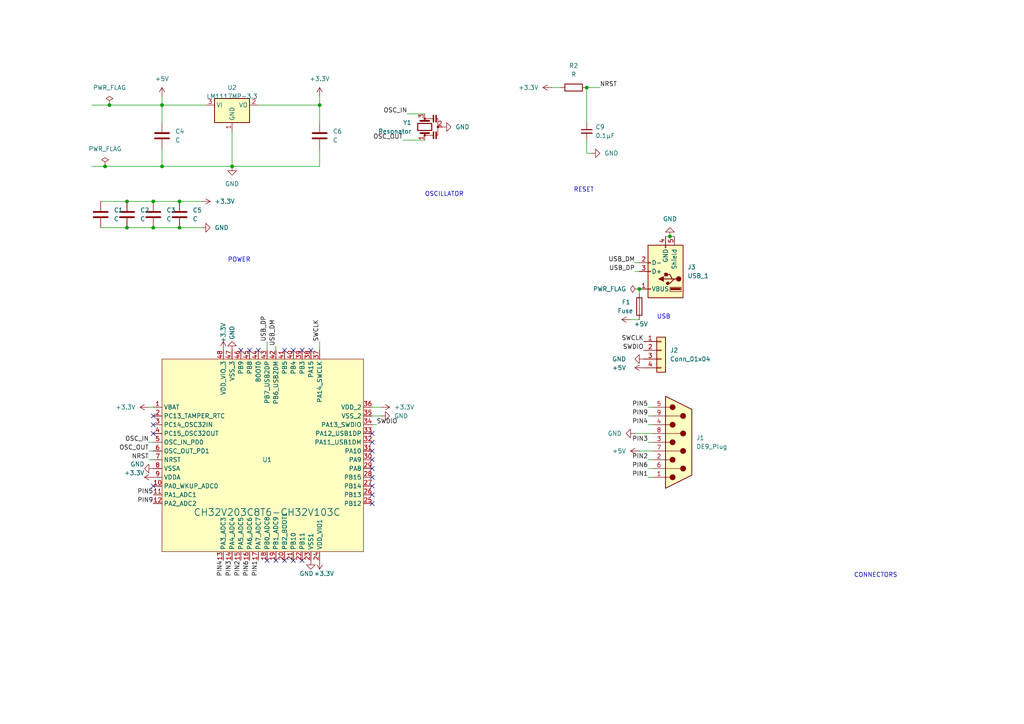
<source format=kicad_sch>
(kicad_sch (version 20230121) (generator eeschema)
  (paper "A4")
  (lib_symbols
    (symbol "CH32V203:CH32V203C8T6"
      (property "Reference" "U" (at 1.27 -1.27 0))
      (property "Value" "CH32V203C8T6" (at 29.21 26.67 0))
      (symbol "CH32V203C8T6_0_1"
        (rectangle (start 0 0) (end 58.42 55.88) (fill (type background)))
      )
      (symbol "CH32V203C8T6_1_1"
        (pin power_in line (at -2.54 41.91 0) (length 2.54) (name "VBAT") (number "1"))
        (pin bidirectional line (at -2.54 19.05 0) (length 2.54) (name "PA0_WKUP_ADC0") (number "10"))
        (pin bidirectional line (at -2.54 16.51 0) (length 2.54) (name "PA1_ADC1") (number "11"))
        (pin bidirectional line (at -2.54 13.97 0) (length 2.54) (name "PA2_ADC2") (number "12"))
        (pin bidirectional line (at 17.78 -2.54 90) (length 2.54) (name "PA3_ADC3") (number "13"))
        (pin bidirectional line (at 20.32 -2.54 90) (length 2.54) (name "PA4_ADC4") (number "14"))
        (pin bidirectional line (at 22.86 -2.54 90) (length 2.54) (name "PA5_ADC5") (number "15"))
        (pin bidirectional line (at 25.4 -2.54 90) (length 2.54) (name "PA6_ADC6") (number "16"))
        (pin bidirectional line (at 27.94 -2.54 90) (length 2.54) (name "PA7_ADC7") (number "17"))
        (pin bidirectional line (at 30.48 -2.54 90) (length 2.54) (name "PB0_ADC8") (number "18"))
        (pin bidirectional line (at 33.02 -2.54 90) (length 2.54) (name "PB1_ADC9") (number "19"))
        (pin bidirectional line (at -2.54 39.37 0) (length 2.54) (name "PC13_TAMPER_RTC") (number "2"))
        (pin bidirectional line (at 35.56 -2.54 90) (length 2.54) (name "PB2_BOOT1") (number "20"))
        (pin bidirectional line (at 38.1 -2.54 90) (length 2.54) (name "PB10") (number "21"))
        (pin bidirectional line (at 40.64 -2.54 90) (length 2.54) (name "PB11") (number "22"))
        (pin power_in line (at 43.18 -2.54 90) (length 2.54) (name "VSS1") (number "23"))
        (pin power_in line (at 45.72 -2.54 90) (length 2.54) (name "VDD_VIO1") (number "24"))
        (pin bidirectional line (at 60.96 13.97 180) (length 2.54) (name "PB12") (number "25"))
        (pin bidirectional line (at 60.96 16.51 180) (length 2.54) (name "PB13") (number "26"))
        (pin bidirectional line (at 60.96 19.05 180) (length 2.54) (name "PB14") (number "27"))
        (pin bidirectional line (at 60.96 21.59 180) (length 2.54) (name "PB15") (number "28"))
        (pin bidirectional line (at 60.96 24.13 180) (length 2.54) (name "PA8") (number "29"))
        (pin bidirectional line (at -2.54 36.83 0) (length 2.54) (name "PC14_OSC32IN") (number "3"))
        (pin bidirectional line (at 60.96 26.67 180) (length 2.54) (name "PA9") (number "30"))
        (pin bidirectional line (at 60.96 29.21 180) (length 2.54) (name "PA10") (number "31"))
        (pin bidirectional line (at 60.96 31.75 180) (length 2.54) (name "PA11_USB1DM") (number "32"))
        (pin bidirectional line (at 60.96 34.29 180) (length 2.54) (name "PA12_USB1DP") (number "33"))
        (pin bidirectional line (at 60.96 36.83 180) (length 2.54) (name "PA13_SWDIO") (number "34"))
        (pin power_in line (at 60.96 39.37 180) (length 2.54) (name "VSS_2") (number "35"))
        (pin power_in line (at 60.96 41.91 180) (length 2.54) (name "VDD_2") (number "36"))
        (pin bidirectional line (at 45.72 58.42 270) (length 2.54) (name "PA14_SWCLK") (number "37"))
        (pin bidirectional line (at 43.18 58.42 270) (length 2.54) (name "PA15") (number "38"))
        (pin bidirectional line (at 40.64 58.42 270) (length 2.54) (name "PB3") (number "39"))
        (pin bidirectional line (at -2.54 34.29 0) (length 2.54) (name "PC15_OSC32OUT") (number "4"))
        (pin bidirectional line (at 38.1 58.42 270) (length 2.54) (name "PB4") (number "40"))
        (pin bidirectional line (at 35.56 58.42 270) (length 2.54) (name "PB5") (number "41"))
        (pin bidirectional line (at 33.02 58.42 270) (length 2.54) (name "PB6_USB2DM") (number "42"))
        (pin bidirectional line (at 30.48 58.42 270) (length 2.54) (name "PB7_USB2DP") (number "43"))
        (pin bidirectional line (at 27.94 58.42 270) (length 2.54) (name "BOOT0") (number "44"))
        (pin bidirectional line (at 25.4 58.42 270) (length 2.54) (name "PB8") (number "45"))
        (pin bidirectional line (at 22.86 58.42 270) (length 2.54) (name "PB9") (number "46"))
        (pin power_in line (at 20.32 58.42 270) (length 2.54) (name "VSS_3") (number "47"))
        (pin power_in line (at 17.78 58.42 270) (length 2.54) (name "VDD_VIO_3") (number "48"))
        (pin bidirectional line (at -2.54 31.75 0) (length 2.54) (name "OSC_IN_PD0") (number "5"))
        (pin bidirectional line (at -2.54 29.21 0) (length 2.54) (name "OSC_OUT_PD1") (number "6"))
        (pin bidirectional line (at -2.54 26.67 0) (length 2.54) (name "NRST") (number "7"))
        (pin power_in line (at -2.54 24.13 0) (length 2.54) (name "VSSA") (number "8"))
        (pin power_in line (at -2.54 21.59 0) (length 2.54) (name "VDDA") (number "9"))
      )
    )
    (symbol "Connector:DE9_Plug" (pin_names (offset 1.016) hide)
      (property "Reference" "J" (at 0 13.97 0))
      (property "Value" "DE9_Plug" (at 0 -14.605 0))
      (symbol "DE9_Plug_0_1"
        (circle (center -1.778 -10.16) (radius 0.762) (fill (type outline)))
        (circle (center -1.778 -5.08) (radius 0.762) (fill (type outline)))
        (circle (center -1.778 0) (radius 0.762) (fill (type outline)))
        (circle (center -1.778 5.08) (radius 0.762) (fill (type outline)))
        (circle (center -1.778 10.16) (radius 0.762) (fill (type outline)))
        (polyline (pts (xy -3.81 -10.16) (xy -2.54 -10.16)))
        (polyline (pts (xy -3.81 -7.62) (xy 0.508 -7.62)))
        (polyline (pts (xy -3.81 -5.08) (xy -2.54 -5.08)))
        (polyline (pts (xy -3.81 -2.54) (xy 0.508 -2.54)))
        (polyline (pts (xy -3.81 0) (xy -2.54 0)))
        (polyline (pts (xy -3.81 2.54) (xy 0.508 2.54)))
        (polyline (pts (xy -3.81 5.08) (xy -2.54 5.08)))
        (polyline (pts (xy -3.81 7.62) (xy 0.508 7.62)))
        (polyline (pts (xy -3.81 10.16) (xy -2.54 10.16)))
        (polyline (pts (xy -3.81 -13.335) (xy -3.81 13.335) (xy 3.81 9.525) (xy 3.81 -9.525) (xy -3.81 -13.335)) (stroke (width 0.254)) (fill (type background)))
        (circle (center 1.27 -7.62) (radius 0.762) (fill (type outline)))
        (circle (center 1.27 -2.54) (radius 0.762) (fill (type outline)))
        (circle (center 1.27 2.54) (radius 0.762) (fill (type outline)))
        (circle (center 1.27 7.62) (radius 0.762) (fill (type outline)))
      )
      (symbol "DE9_Plug_1_1"
        (pin passive line (at -7.62 -10.16 0) (length 3.81) (name "1") (number "1"))
        (pin passive line (at -7.62 -5.08 0) (length 3.81) (name "2") (number "2"))
        (pin passive line (at -7.62 0 0) (length 3.81) (name "3") (number "3"))
        (pin passive line (at -7.62 5.08 0) (length 3.81) (name "4") (number "4"))
        (pin passive line (at -7.62 10.16 0) (length 3.81) (name "5") (number "5"))
        (pin passive line (at -7.62 -7.62 0) (length 3.81) (name "6") (number "6"))
        (pin passive line (at -7.62 -2.54 0) (length 3.81) (name "7") (number "7"))
        (pin passive line (at -7.62 2.54 0) (length 3.81) (name "8") (number "8"))
        (pin passive line (at -7.62 7.62 0) (length 3.81) (name "9") (number "9"))
      )
    )
    (symbol "Connector:USB_A" (pin_names (offset 1.016))
      (property "Reference" "J" (at -5.08 11.43 0))
      (property "Value" "USB_A" (at -5.08 8.89 0))
      (symbol "USB_A_0_1"
        (rectangle (start -5.08 -7.62) (end 5.08 7.62) (stroke (width 0.254)) (fill (type background)))
        (circle (center -3.81 2.159) (radius 0.635) (stroke (width 0.254)) (fill (type outline)))
        (rectangle (start -1.524 4.826) (end -4.318 5.334) (fill (type outline)))
        (rectangle (start -1.27 4.572) (end -4.572 5.842))
        (circle (center -0.635 3.429) (radius 0.381) (stroke (width 0.254)) (fill (type outline)))
        (rectangle (start -0.127 -7.62) (end 0.127 -6.858))
        (polyline (pts (xy -3.175 2.159) (xy -2.54 2.159) (xy -1.27 3.429) (xy -0.635 3.429)) (stroke (width 0.254)))
        (polyline (pts (xy -2.54 2.159) (xy -1.905 2.159) (xy -1.27 0.889) (xy 0 0.889)) (stroke (width 0.254)))
        (polyline (pts (xy 0.635 2.794) (xy 0.635 1.524) (xy 1.905 2.159) (xy 0.635 2.794)) (stroke (width 0.254)) (fill (type outline)))
        (rectangle (start 0.254 1.27) (end -0.508 0.508) (stroke (width 0.254)) (fill (type outline)))
        (rectangle (start 5.08 -2.667) (end 4.318 -2.413))
        (rectangle (start 5.08 -0.127) (end 4.318 0.127))
        (rectangle (start 5.08 4.953) (end 4.318 5.207))
      )
      (symbol "USB_A_1_1"
        (polyline (pts (xy -1.905 2.159) (xy 0.635 2.159)) (stroke (width 0.254)))
        (pin power_in line (at 7.62 5.08 180) (length 2.54) (name "VBUS") (number "1"))
        (pin bidirectional line (at 7.62 -2.54 180) (length 2.54) (name "D-") (number "2"))
        (pin bidirectional line (at 7.62 0 180) (length 2.54) (name "D+") (number "3"))
        (pin power_in line (at 0 -10.16 90) (length 2.54) (name "GND") (number "4"))
        (pin passive line (at -2.54 -10.16 90) (length 2.54) (name "Shield") (number "5"))
      )
    )
    (symbol "Connector_Generic:Conn_01x04" (pin_names (offset 1.016) hide)
      (property "Reference" "J" (at 0 5.08 0))
      (property "Value" "Conn_01x04" (at 0 -7.62 0))
      (symbol "Conn_01x04_1_1"
        (rectangle (start -1.27 -4.953) (end 0 -5.207) (stroke (width 0.1524)))
        (rectangle (start -1.27 -2.413) (end 0 -2.667) (stroke (width 0.1524)))
        (rectangle (start -1.27 0.127) (end 0 -0.127) (stroke (width 0.1524)))
        (rectangle (start -1.27 2.667) (end 0 2.413) (stroke (width 0.1524)))
        (rectangle (start -1.27 3.81) (end 1.27 -6.35) (stroke (width 0.254)) (fill (type background)))
        (pin passive line (at -5.08 2.54 0) (length 3.81) (name "Pin_1") (number "1"))
        (pin passive line (at -5.08 0 0) (length 3.81) (name "Pin_2") (number "2"))
        (pin passive line (at -5.08 -2.54 0) (length 3.81) (name "Pin_3") (number "3"))
        (pin passive line (at -5.08 -5.08 0) (length 3.81) (name "Pin_4") (number "4"))
      )
    )
    (symbol "Device:C" (pin_numbers hide) (pin_names (offset 0.254))
      (property "Reference" "C" (at 0.635 2.54 0))
      (property "Value" "C" (at 0.635 -2.54 0))
      (symbol "C_0_1"
        (polyline (pts (xy -2.032 -0.762) (xy 2.032 -0.762)) (stroke (width 0.508)))
        (polyline (pts (xy -2.032 0.762) (xy 2.032 0.762)) (stroke (width 0.508)))
      )
      (symbol "C_1_1"
        (pin passive line (at 0 3.81 270) (length 2.794) (name "~") (number "1"))
        (pin passive line (at 0 -3.81 90) (length 2.794) (name "~") (number "2"))
      )
    )
    (symbol "Device:C_Small" (pin_numbers hide) (pin_names (offset 0.254) hide)
      (property "Reference" "C" (at 0.254 1.778 0))
      (property "Value" "C_Small" (at 0.254 -2.032 0))
      (symbol "C_Small_0_1"
        (polyline (pts (xy -1.524 -0.508) (xy 1.524 -0.508)) (stroke (width 0.3302)))
        (polyline (pts (xy -1.524 0.508) (xy 1.524 0.508)) (stroke (width 0.3048)))
      )
      (symbol "C_Small_1_1"
        (pin passive line (at 0 2.54 270) (length 2.032) (name "~") (number "1"))
        (pin passive line (at 0 -2.54 90) (length 2.032) (name "~") (number "2"))
      )
    )
    (symbol "Device:Fuse" (pin_numbers hide) (pin_names (offset 0))
      (property "Reference" "F" (at 2.032 0 90))
      (property "Value" "Fuse" (at -1.905 0 90))
      (symbol "Fuse_0_1"
        (rectangle (start -0.762 -2.54) (end 0.762 2.54) (stroke (width 0.254)))
        (polyline (pts (xy 0 2.54) (xy 0 -2.54)))
      )
      (symbol "Fuse_1_1"
        (pin passive line (at 0 3.81 270) (length 1.27) (name "~") (number "1"))
        (pin passive line (at 0 -3.81 90) (length 1.27) (name "~") (number "2"))
      )
    )
    (symbol "Device:R" (pin_numbers hide) (pin_names (offset 0))
      (property "Reference" "R" (at 2.032 0 90))
      (property "Value" "R" (at 0 0 90))
      (symbol "R_0_1"
        (rectangle (start -1.016 -2.54) (end 1.016 2.54) (stroke (width 0.254)))
      )
      (symbol "R_1_1"
        (pin passive line (at 0 3.81 270) (length 1.27) (name "~") (number "1"))
        (pin passive line (at 0 -3.81 90) (length 1.27) (name "~") (number "2"))
      )
    )
    (symbol "Device:Resonator" (pin_names (offset 1.016) hide)
      (property "Reference" "Y" (at 0 5.715 0))
      (property "Value" "Resonator" (at 0 3.81 0))
      (symbol "Resonator_0_1"
        (rectangle (start -3.429 -3.175) (end -1.397 -3.429) (fill (type outline)))
        (rectangle (start -3.429 -2.413) (end -1.397 -2.667) (fill (type outline)))
        (circle (center -2.413 0) (radius 0.254) (fill (type outline)))
        (rectangle (start -1.016 2.032) (end 1.016 -2.032) (stroke (width 0.3048)))
        (circle (center 0 -3.81) (radius 0.254) (fill (type outline)))
        (polyline (pts (xy -2.413 -2.413) (xy -2.413 0)))
        (polyline (pts (xy -1.905 0) (xy -3.175 0)))
        (polyline (pts (xy -1.778 -1.27) (xy -1.778 1.27)) (stroke (width 0.508)))
        (polyline (pts (xy 1.778 -1.27) (xy 1.778 1.27)) (stroke (width 0.508)))
        (polyline (pts (xy 1.905 0) (xy 2.54 0)))
        (polyline (pts (xy 2.413 0) (xy 2.413 -2.54)))
        (polyline (pts (xy 2.413 -3.302) (xy 2.413 -3.81) (xy -2.413 -3.81) (xy -2.413 -3.302)))
        (rectangle (start 1.397 -3.175) (end 3.429 -3.429) (fill (type outline)))
        (rectangle (start 1.397 -2.413) (end 3.429 -2.667) (fill (type outline)))
        (circle (center 2.413 0) (radius 0.254) (fill (type outline)))
      )
      (symbol "Resonator_1_1"
        (pin passive line (at -3.81 0 0) (length 1.27) (name "1") (number "1"))
        (pin passive line (at 0 -5.08 90) (length 1.27) (name "2") (number "2"))
        (pin passive line (at 3.81 0 180) (length 1.27) (name "3") (number "3"))
      )
    )
    (symbol "Regulator_Linear:LM1117MP-3.3"
      (property "Reference" "U" (at -3.81 3.175 0))
      (property "Value" "LM1117MP-3.3" (at 0 3.175 0))
      (symbol "LM1117MP-3.3_0_1"
        (rectangle (start -5.08 -5.08) (end 5.08 1.905) (stroke (width 0.254)) (fill (type background)))
      )
      (symbol "LM1117MP-3.3_1_1"
        (pin power_in line (at 0 -7.62 90) (length 2.54) (name "GND") (number "1"))
        (pin power_out line (at 7.62 0 180) (length 2.54) (name "VO") (number "2"))
        (pin power_in line (at -7.62 0 0) (length 2.54) (name "VI") (number "3"))
      )
    )
    (symbol "power:+3.3V" (power) (pin_names (offset 0))
      (property "Value" "+3.3V" (at 0 3.556 0))
      (symbol "+3.3V_0_1"
        (polyline (pts (xy -0.762 1.27) (xy 0 2.54)))
        (polyline (pts (xy 0 0) (xy 0 2.54)))
        (polyline (pts (xy 0 2.54) (xy 0.762 1.27)))
      )
      (symbol "+3.3V_1_1"
        (pin power_in line (at 0 0 90) (length 0) hide (name "+3.3V") (number "1"))
      )
    )
    (symbol "power:+5V" (power) (pin_names (offset 0))
      (property "Value" "+5V" (at 0 3.556 0))
      (symbol "+5V_0_1"
        (polyline (pts (xy -0.762 1.27) (xy 0 2.54)))
        (polyline (pts (xy 0 0) (xy 0 2.54)))
        (polyline (pts (xy 0 2.54) (xy 0.762 1.27)))
      )
      (symbol "+5V_1_1"
        (pin power_in line (at 0 0 90) (length 0) hide (name "+5V") (number "1"))
      )
    )
    (symbol "power:GND" (power) (pin_names (offset 0))
      (property "Value" "GND" (at 0 -3.81 0))
      (symbol "GND_0_1"
        (polyline (pts (xy 0 0) (xy 0 -1.27) (xy 1.27 -1.27) (xy 0 -2.54) (xy -1.27 -1.27) (xy 0 -1.27)))
      )
      (symbol "GND_1_1"
        (pin power_in line (at 0 0 270) (length 0) hide (name "GND") (number "1"))
      )
    )
    (symbol "power:PWR_FLAG" (power) (pin_numbers hide) (pin_names (offset 0) hide)
      (property "Value" "PWR_FLAG" (at 0 3.81 0))
      (symbol "PWR_FLAG_0_0"
        (pin power_out line (at 0 0 90) (length 0) (name "pwr") (number "1"))
      )
      (symbol "PWR_FLAG_0_1"
        (polyline (pts (xy 0 0) (xy 0 1.27) (xy -1.016 1.905) (xy 0 2.54) (xy 1.016 1.905) (xy 0 1.27)))
      )
    )
  )
  (junction (at 67.31 48.26))
  (junction (at 170.18 25.4))
  (junction (at 36.83 66.04))
  (junction (at 52.07 58.42))
  (junction (at 36.83 58.42))
  (junction (at 46.99 48.26))
  (junction (at 194.31 68.58))
  (junction (at 44.45 66.04))
  (junction (at 92.71 30.48))
  (junction (at 185.42 83.82))
  (junction (at 46.99 30.48))
  (junction (at 30.48 48.26))
  (junction (at 52.07 66.04))
  (junction (at 31.75 30.48))
  (junction (at 44.45 58.42))
  (no_connect (at 77.47 162.56))
  (no_connect (at 44.45 125.73))
  (no_connect (at 44.45 120.65))
  (no_connect (at 87.63 162.56))
  (no_connect (at 107.95 140.97))
  (no_connect (at 69.85 101.6))
  (no_connect (at 107.95 146.05))
  (no_connect (at 82.55 162.56))
  (no_connect (at 107.95 133.35))
  (no_connect (at 74.93 101.6))
  (no_connect (at 85.09 101.6))
  (no_connect (at 107.95 128.27))
  (no_connect (at 107.95 135.89))
  (no_connect (at 107.95 138.43))
  (no_connect (at 87.63 101.6))
  (no_connect (at 90.17 101.6))
  (no_connect (at 44.45 123.19))
  (no_connect (at 82.55 101.6))
  (no_connect (at 107.95 143.51))
  (no_connect (at 107.95 130.81))
  (no_connect (at 107.95 125.73))
  (no_connect (at 80.01 162.56))
  (no_connect (at 85.09 162.56))
  (no_connect (at 72.39 101.6))
  (no_connect (at 44.45 140.97))
  (wire (pts (xy 107.95 118.11) (xy 110.49 118.11)))
  (wire (pts (xy 67.31 48.26) (xy 92.71 48.26)) (stroke (width 0.1524)))
  (wire (pts (xy 195.58 68.58) (xy 194.31 68.58)))
  (wire (pts (xy 187.96 118.11) (xy 189.23 118.11)))
  (wire (pts (xy 44.45 128.27) (xy 43.18 128.27)))
  (wire (pts (xy 187.96 138.43) (xy 189.23 138.43)))
  (wire (pts (xy 160.02 25.4) (xy 162.56 25.4)))
  (wire (pts (xy 46.99 43.18) (xy 46.99 48.26)) (stroke (width 0.1524)))
  (wire (pts (xy 185.42 130.81) (xy 189.23 130.81)))
  (wire (pts (xy 184.15 78.74) (xy 185.42 78.74)))
  (wire (pts (xy 184.15 76.2) (xy 185.42 76.2)))
  (wire (pts (xy 31.75 30.48) (xy 26.67 30.48)) (stroke (width 0.1524)))
  (wire (pts (xy 170.18 25.4) (xy 170.18 35.56)))
  (wire (pts (xy 107.95 120.65) (xy 110.49 120.65)))
  (wire (pts (xy 43.18 133.35) (xy 44.45 133.35)))
  (wire (pts (xy 92.71 43.18) (xy 92.71 48.26)) (stroke (width 0.1524)))
  (wire (pts (xy 43.18 118.11) (xy 44.45 118.11)))
  (wire (pts (xy 67.31 48.26) (xy 67.31 38.1)) (stroke (width 0.1524)))
  (wire (pts (xy 170.18 40.64) (xy 170.18 44.45)))
  (wire (pts (xy 43.18 130.81) (xy 44.45 130.81)))
  (wire (pts (xy 59.69 30.48) (xy 46.99 30.48)) (stroke (width 0.1524)))
  (wire (pts (xy 80.01 100.33) (xy 80.01 101.6)))
  (wire (pts (xy 44.45 66.04) (xy 52.07 66.04)))
  (wire (pts (xy 187.96 135.89) (xy 189.23 135.89)))
  (wire (pts (xy 194.31 68.58) (xy 193.04 68.58)))
  (wire (pts (xy 171.45 44.45) (xy 170.18 44.45)))
  (wire (pts (xy 185.42 92.71) (xy 182.88 92.71)))
  (wire (pts (xy 52.07 66.04) (xy 58.42 66.04)))
  (wire (pts (xy 92.71 99.06) (xy 92.71 101.6)))
  (wire (pts (xy 36.83 58.42) (xy 44.45 58.42)))
  (wire (pts (xy 67.31 48.26) (xy 46.99 48.26)) (stroke (width 0.1524)))
  (wire (pts (xy 46.99 30.48) (xy 46.99 35.56)) (stroke (width 0.1524)))
  (wire (pts (xy 46.99 27.94) (xy 46.99 30.48)))
  (wire (pts (xy 187.96 120.65) (xy 189.23 120.65)))
  (wire (pts (xy 30.48 48.26) (xy 26.67 48.26)) (stroke (width 0.1524)))
  (wire (pts (xy 44.45 58.42) (xy 52.07 58.42)))
  (wire (pts (xy 185.42 85.09) (xy 185.42 83.82)))
  (wire (pts (xy 116.84 40.64) (xy 123.19 40.64)))
  (wire (pts (xy 46.99 48.26) (xy 30.48 48.26)) (stroke (width 0.1524)))
  (wire (pts (xy 77.47 99.06) (xy 77.47 101.6)))
  (wire (pts (xy 92.71 27.94) (xy 92.71 30.48)))
  (wire (pts (xy 184.15 125.73) (xy 189.23 125.73)))
  (wire (pts (xy 118.11 33.02) (xy 123.19 33.02)))
  (wire (pts (xy 29.21 58.42) (xy 36.83 58.42)))
  (wire (pts (xy 29.21 66.04) (xy 36.83 66.04)))
  (wire (pts (xy 170.18 25.4) (xy 173.99 25.4)))
  (wire (pts (xy 107.95 123.19) (xy 109.22 123.19)))
  (wire (pts (xy 187.96 133.35) (xy 189.23 133.35)))
  (wire (pts (xy 187.96 128.27) (xy 189.23 128.27)))
  (wire (pts (xy 52.07 58.42) (xy 58.42 58.42)))
  (wire (pts (xy 74.93 30.48) (xy 92.71 30.48)))
  (wire (pts (xy 36.83 66.04) (xy 44.45 66.04)))
  (wire (pts (xy 92.71 30.48) (xy 92.71 35.56)) (stroke (width 0.1524)))
  (wire (pts (xy 46.99 30.48) (xy 31.75 30.48)) (stroke (width 0.1524)))
  (wire (pts (xy 187.96 123.19) (xy 189.23 123.19)))
  (text "USB\n" (at 190.5 92.71 0) (effects (font (size 1.27 1.27)) (justify left bottom)))
  (text "OSCILLATOR\n" (at 123.19 57.15 0) (effects (font (size 1.27 1.27)) (justify left bottom)))
  (text "POWER\n" (at 66.04 76.2 0) (effects (font (size 1.27 1.27)) (justify left bottom)))
  (text "CONNECTORS\n" (at 247.65 167.64 0) (effects (font (size 1.27 1.27)) (justify left bottom)))
  (text "RESET" (at 166.37 55.88 0) (effects (font (size 1.27 1.27)) (justify left bottom)))
  (label "PIN9" (at 187.96 120.65 180))
  (label "OSC_OUT" (at 43.18 130.81 180))
  (label "PIN2" (at 187.96 133.35 180))
  (label "USB_DM" (at 80.01 100.33 90))
  (label "NRST" (at 43.18 133.35 180))
  (label "PIN3" (at 67.31 162.56 270))
  (label "OSC_IN" (at 43.18 128.27 180))
  (label "NRST" (at 173.99 25.4 0))
  (label "SWDIO" (at 186.69 101.6 180))
  (label "USB_DM" (at 184.15 76.2 180))
  (label "PIN4" (at 64.77 162.56 270))
  (label "PIN3" (at 187.96 128.27 180))
  (label "PIN1" (at 187.96 138.43 180))
  (label "PIN5" (at 44.45 143.51 180))
  (label "PIN1" (at 74.93 162.56 270))
  (label "SWDIO" (at 109.22 123.19 0))
  (label "PIN6" (at 72.39 162.56 270))
  (label "PIN4" (at 187.96 123.19 180))
  (label "USB_DP" (at 184.15 78.74 180))
  (label "OSC_OUT" (at 116.84 40.64 180))
  (label "OSC_IN" (at 118.11 33.02 180))
  (label "SWCLK" (at 186.69 99.06 180))
  (label "PIN2" (at 69.85 162.56 270))
  (label "PIN6" (at 187.96 135.89 180))
  (label "PIN5" (at 187.96 118.11 180))
  (label "SWCLK" (at 92.71 99.06 90))
  (label "PIN9" (at 44.45 146.05 180))
  (label "USB_DP" (at 77.47 99.06 90))
  (symbol (lib_id "power:GND") (at 58.42 66.04 90) (unit 1)
    (property "Reference" "#PWR06" (effects hide))
    (property "Value" "GND" (at 62.23 66.04 90) (effects (justify right)))
  )
  (symbol (lib_id "Device:C") (at 36.83 62.23 0) (unit 1)
    (property "Reference" "C2" (at 40.64 60.96 0) (effects (justify left)))
    (property "Value" "C" (at 40.64 63.5 0) (effects (justify left)))
    (property "Footprint" "Capacitor_SMD:C_0603_1608Metric_Pad1.08x0.95mm_HandSolder" (effects hide))
  )
  (symbol (lib_id "Device:C_Small") (at 170.18 38.1 0) (unit 1)
    (property "Reference" "C9" (at 172.72 36.83 0) (effects (justify left)))
    (property "Value" "0.1μF" (at 172.72 39.37 0) (effects (justify left)))
    (property "Footprint" "Capacitor_SMD:C_0603_1608Metric_Pad1.08x0.95mm_HandSolder" (effects hide))
    (property "LCSC" "C14663" (effects hide))
  )
  (symbol (lib_id "Connector:USB_A") (at 193.04 78.74 180) (unit 1)
    (property "Reference" "J3" (at 199.39 77.47 0) (effects (justify right)))
    (property "Value" "USB_1" (at 199.39 80.01 0) (effects (justify right)))
    (property "Footprint" "Connector_USB:USB_A_CONNFLY_DS1095-WNR0" (effects hide))
    (property "Datasheet" " ~" (effects hide))
  )
  (symbol (lib_id "power:GND") (at 171.45 44.45 90) (unit 1)
    (property "Reference" "#PWR032" (effects hide))
    (property "Value" "GND" (at 175.26 44.45 90) (effects (justify right)))
  )
  (symbol (lib_id "Device:R") (at 166.37 25.4 90) (unit 1)
    (property "Reference" "R2" (at 166.37 19.05 90))
    (property "Value" "R" (at 166.37 21.59 90))
    (property "Footprint" "Resistor_SMD:R_0603_1608Metric_Pad0.98x0.95mm_HandSolder" (effects hide))
  )
  (symbol (lib_id "power:GND") (at 90.17 162.56 0) (unit 1)
    (property "Reference" "#PWR010" (effects hide))
    (property "Value" "GND" (at 88.9 166.37 0))
  )
  (symbol (lib_id "power:+5V") (at 186.69 106.68 90) (unit 1)
    (property "Reference" "#PWR016" (effects hide))
    (property "Value" "+5V" (at 181.61 106.68 90) (effects (justify left)))
  )
  (symbol (lib_id "Connector:DE9_Plug") (at 196.85 128.27 0) (unit 1)
    (property "Reference" "J1" (at 201.93 127 0) (effects (justify left)))
    (property "Value" "DE9_Plug" (at 201.93 129.54 0) (effects (justify left)))
    (property "Footprint" "Connector_Dsub:DSUB-9_Female_EdgeMount_P2.77mm" (effects hide))
    (property "Datasheet" " ~" (effects hide))
  )
  (symbol (lib_id "power:GND") (at 44.45 135.89 270) (unit 1)
    (property "Reference" "#PWR02" (effects hide))
    (property "Value" "GND" (at 41.91 134.62 90) (effects (justify right)))
  )
  (symbol (lib_id "power:+3.3V") (at 44.45 138.43 90) (unit 1)
    (property "Reference" "#PWR03" (effects hide))
    (property "Value" "+3.3V" (at 41.91 137.16 90) (effects (justify left)))
  )
  (symbol (lib_id "Connector_Generic:Conn_01x04") (at 191.77 101.6 0) (unit 1)
    (property "Reference" "J2" (at 194.31 101.6 0) (effects (justify left)))
    (property "Value" "Conn_01x04" (at 194.31 104.14 0) (effects (justify left)))
    (property "Footprint" "Connector_PinHeader_2.54mm:PinHeader_1x04_P2.54mm_Vertical" (effects hide))
  )
  (symbol (lib_id "Device:C") (at 44.45 62.23 0) (unit 1)
    (property "Reference" "C3" (at 48.26 60.96 0) (effects (justify left)))
    (property "Value" "C" (at 48.26 63.5 0) (effects (justify left)))
    (property "Footprint" "Capacitor_SMD:C_0603_1608Metric_Pad1.08x0.95mm_HandSolder" (effects hide))
  )
  (symbol (lib_id "power:+3.3V") (at 64.77 101.6 0) (unit 1)
    (property "Reference" "#PWR07" (effects hide))
    (property "Value" "+3.3V" (at 64.77 96.52 90))
  )
  (symbol (lib_id "power:+3.3V") (at 92.71 162.56 180) (unit 1)
    (property "Reference" "#PWR012" (effects hide))
    (property "Value" "+3.3V" (at 93.98 166.37 0))
  )
  (symbol (lib_id "Device:Resonator") (at 123.19 36.83 90) (unit 1)
    (property "Reference" "Y1" (at 119.38 35.56 90) (effects (justify left)))
    (property "Value" "Resonator" (at 119.38 38.1 90) (effects (justify left)))
    (property "Footprint" "Crystal:Resonator_SMD_Murata_CSTxExxV-3Pin_3.0x1.1mm" (effects hide))
  )
  (symbol (lib_id "power:+5V") (at 185.42 130.81 90) (unit 1)
    (property "Reference" "#PWR018" (effects hide))
    (property "Value" "+5V" (at 181.61 130.81 90) (effects (justify left)))
  )
  (symbol (lib_id "power:GND") (at 110.49 120.65 90) (unit 1)
    (property "Reference" "#PWR014" (effects hide))
    (property "Value" "GND" (at 114.3 120.65 90) (effects (justify right)))
  )
  (symbol (lib_id "power:PWR_FLAG") (at 31.75 30.48 0) (unit 1)
    (property "Reference" "#FLG02" (effects hide))
    (property "Value" "PWR_FLAG" (at 31.75 25.4 0))
  )
  (symbol (lib_id "power:+3.3V") (at 92.71 27.94 0) (unit 1)
    (property "Reference" "#PWR011" (effects hide))
    (property "Value" "+3.3V" (at 92.71 22.86 0))
  )
  (symbol (lib_id "Device:C") (at 52.07 62.23 0) (unit 1)
    (property "Reference" "C5" (at 55.88 60.96 0) (effects (justify left)))
    (property "Value" "C" (at 55.88 63.5 0) (effects (justify left)))
    (property "Footprint" "Capacitor_SMD:C_0603_1608Metric_Pad1.08x0.95mm_HandSolder" (effects hide))
  )
  (symbol (lib_id "CH32V203:CH32V203C8T6") (at 46.99 160.02 0) (unit 1)
    (property "Reference" "U1" (at 77.47 133.35 0))
    (property "Value" "CH32V203C8T6-CH32V103C" (at 77.47 148.59 0) (effects (font (size 2 2))))
    (property "Footprint" "CH32V203:CH32V203C8T6_LQFP-48_7x7mm_P0.5mm" (effects hide))
  )
  (symbol (lib_id "power:+3.3V") (at 43.18 118.11 90) (unit 1)
    (property "Reference" "#PWR01" (effects hide))
    (property "Value" "+3.3V" (at 39.37 118.11 90) (effects (justify left)))
  )
  (symbol (lib_id "Device:Fuse") (at 185.42 88.9 0) (unit 1)
    (property "Reference" "F1" (at 180.34 87.63 0) (effects (justify left)))
    (property "Value" "Fuse" (at 179.07 90.17 0) (effects (justify left)))
    (property "Footprint" "Fuse:Fuse_1206_3216Metric_Pad1.42x1.75mm_HandSolder" (effects hide))
  )
  (symbol (lib_id "Device:C") (at 92.71 39.37 0) (unit 1)
    (property "Reference" "C6" (at 96.52 38.1 0) (effects (justify left)))
    (property "Value" "C" (at 96.52 40.64 0) (effects (justify left)))
    (property "Footprint" "Capacitor_SMD:C_0603_1608Metric_Pad1.08x0.95mm_HandSolder" (effects hide))
  )
  (symbol (lib_id "power:GND") (at 184.15 125.73 270) (unit 1)
    (property "Reference" "#PWR019" (effects hide))
    (property "Value" "GND" (at 180.34 125.73 90) (effects (justify right)))
  )
  (symbol (lib_id "power:PWR_FLAG") (at 185.42 83.82 90) (unit 1)
    (property "Reference" "#FLG03" (effects hide))
    (property "Value" "PWR_FLAG" (at 181.61 83.82 90) (effects (justify left)))
  )
  (symbol (lib_id "Device:C") (at 29.21 62.23 0) (unit 1)
    (property "Reference" "C1" (at 33.02 60.96 0) (effects (justify left)))
    (property "Value" "C" (at 33.02 63.5 0) (effects (justify left)))
    (property "Footprint" "Capacitor_SMD:C_0603_1608Metric_Pad1.08x0.95mm_HandSolder" (effects hide))
  )
  (symbol (lib_id "power:+5V") (at 46.99 27.94 0) (unit 1)
    (property "Reference" "#PWR04" (effects hide))
    (property "Value" "+5V" (at 46.99 22.86 0))
  )
  (symbol (lib_id "Regulator_Linear:LM1117MP-3.3") (at 67.31 30.48 0) (unit 1)
    (property "Reference" "U2" (at 67.31 25.4 0))
    (property "Value" "LM1117MP-3.3" (at 67.31 27.94 0))
    (property "Footprint" "Package_TO_SOT_SMD:SOT-89-3" (effects hide))
    (property "Datasheet" "http://www.ti.com/lit/ds/symlink/lm1117.pdf" (effects hide))
  )
  (symbol (lib_id "power:+3.3V") (at 160.02 25.4 90) (unit 1)
    (property "Reference" "#PWR027" (effects hide))
    (property "Value" "+3.3V" (at 156.21 25.4 90) (effects (justify left)))
  )
  (symbol (lib_id "power:GND") (at 194.31 68.58 180) (unit 1)
    (property "Reference" "#PWR031" (effects hide))
    (property "Value" "GND" (at 194.31 63.5 0))
  )
  (symbol (lib_id "power:GND") (at 128.27 36.83 90) (unit 1)
    (property "Reference" "#PWR025" (effects hide))
    (property "Value" "GND" (at 132.08 36.83 90) (effects (justify right)))
  )
  (symbol (lib_id "power:GND") (at 186.69 104.14 270) (unit 1)
    (property "Reference" "#PWR015" (effects hide))
    (property "Value" "GND" (at 181.61 104.14 90) (effects (justify right)))
  )
  (symbol (lib_id "power:GND") (at 67.31 101.6 180) (unit 1)
    (property "Reference" "#PWR09" (effects hide))
    (property "Value" "GND" (at 67.31 96.52 90))
  )
  (symbol (lib_id "power:GND") (at 67.31 48.26 0) (unit 1)
    (property "Reference" "#PWR08" (effects hide))
    (property "Value" "GND" (at 67.31 53.34 0))
  )
  (symbol (lib_id "Device:C") (at 46.99 39.37 0) (unit 1)
    (property "Reference" "C4" (at 50.8 38.1 0) (effects (justify left)))
    (property "Value" "C" (at 50.8 40.64 0) (effects (justify left)))
    (property "Footprint" "Capacitor_SMD:C_0603_1608Metric_Pad1.08x0.95mm_HandSolder" (effects hide))
  )
  (symbol (lib_id "power:PWR_FLAG") (at 30.48 48.26 0) (unit 1)
    (property "Reference" "#FLG01" (effects hide))
    (property "Value" "PWR_FLAG" (at 30.48 43.18 0))
  )
  (symbol (lib_id "power:+5V") (at 182.88 92.71 90) (unit 1)
    (property "Reference" "#PWR026" (effects hide))
    (property "Value" "+5V" (at 187.96 93.98 90) (effects (justify left)))
  )
  (symbol (lib_id "power:+3.3V") (at 58.42 58.42 270) (unit 1)
    (property "Reference" "#PWR05" (effects hide))
    (property "Value" "+3.3V" (at 62.23 58.42 90) (effects (justify left)))
  )
  (symbol (lib_id "power:+3.3V") (at 110.49 118.11 270) (unit 1)
    (property "Reference" "#PWR013" (effects hide))
    (property "Value" "+3.3V" (at 114.3 118.11 90) (effects (justify left)))
  )
)
</source>
